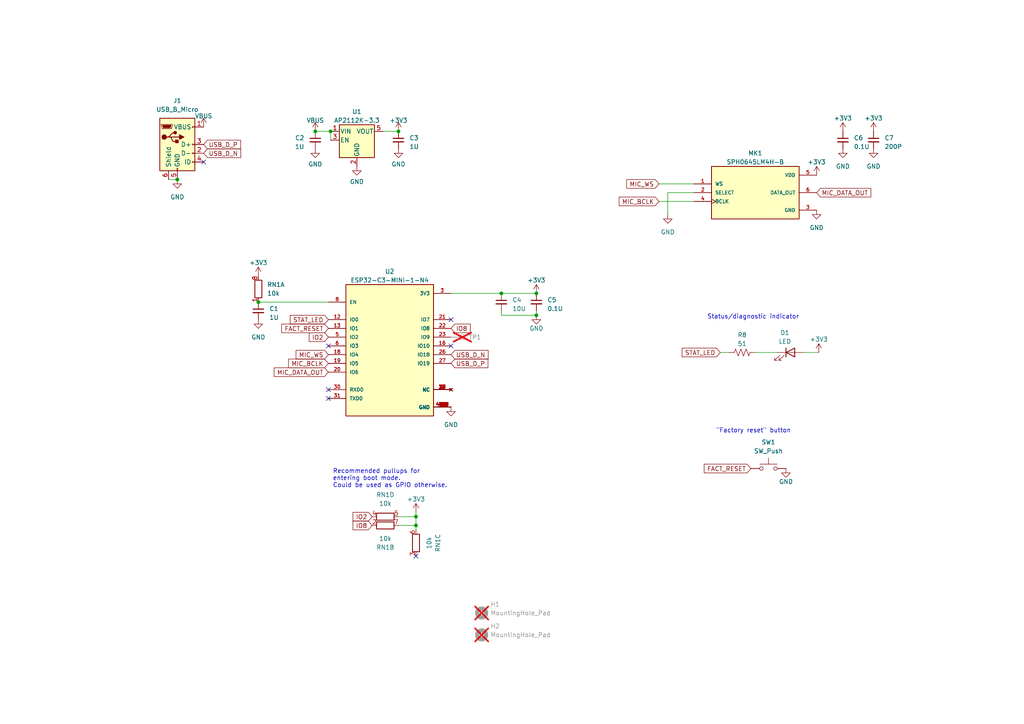
<source format=kicad_sch>
(kicad_sch (version 20231120) (generator "eeschema") (generator_version "8.0")
  (paper "A4")
  (title_block (title "tRacket Sensor") (date "2024-09-21") (rev "3") (company "Civic Tech Toronto") (comment 1 "Drawn by Clyne Sullivan") (comment 2 "Released under the CERN Open Hardware License Version 2 - Strongly Reciprocal"))
  (lib_symbols
    (symbol "Connector:TestPoint" (pin_numbers hide) (pin_names (offset 0.762) hide)
      (property "Reference" "TP" (at 0 6.858 0))
      (property "Value" "TestPoint" (at 0 5.08 0))
      (symbol "TestPoint_0_1"
        (circle (center 0 3.302) (radius 0.762))
      )
      (symbol "TestPoint_1_1"
        (pin passive line (at 0 0 90) (length 2.54) (name "1") (number "1"))
      )
    )
    (symbol "Connector:USB_B_Micro" (pin_names (offset 1.016))
      (property "Reference" "J" (at -5.08 11.43 0))
      (property "Value" "USB_B_Micro" (at -5.08 8.89 0))
      (symbol "USB_B_Micro_0_1"
        (rectangle (start -5.08 -7.62) (end 5.08 7.62) (stroke (width 0.254)) (fill (type background)))
        (circle (center -3.81 2.159) (radius 0.635) (stroke (width 0.254)) (fill (type outline)))
        (circle (center -0.635 3.429) (radius 0.381) (stroke (width 0.254)) (fill (type outline)))
        (rectangle (start -0.127 -7.62) (end 0.127 -6.858))
        (polyline (pts (xy -1.905 2.159) (xy 0.635 2.159)) (stroke (width 0.254)))
        (polyline (pts (xy -3.175 2.159) (xy -2.54 2.159) (xy -1.27 3.429) (xy -0.635 3.429)) (stroke (width 0.254)))
        (polyline (pts (xy -2.54 2.159) (xy -1.905 2.159) (xy -1.27 0.889) (xy 0 0.889)) (stroke (width 0.254)))
        (polyline (pts (xy 0.635 2.794) (xy 0.635 1.524) (xy 1.905 2.159) (xy 0.635 2.794)) (stroke (width 0.254)) (fill (type outline)))
        (polyline (pts (xy -4.318 5.588) (xy -1.778 5.588) (xy -2.032 4.826) (xy -4.064 4.826) (xy -4.318 5.588)) (fill (type outline)))
        (polyline (pts (xy -4.699 5.842) (xy -4.699 5.588) (xy -4.445 4.826) (xy -4.445 4.572) (xy -1.651 4.572) (xy -1.651 4.826) (xy -1.397 5.588) (xy -1.397 5.842) (xy -4.699 5.842)))
        (rectangle (start 0.254 1.27) (end -0.508 0.508) (stroke (width 0.254)) (fill (type outline)))
        (rectangle (start 5.08 -5.207) (end 4.318 -4.953))
        (rectangle (start 5.08 -2.667) (end 4.318 -2.413))
        (rectangle (start 5.08 -0.127) (end 4.318 0.127))
        (rectangle (start 5.08 4.953) (end 4.318 5.207))
      )
      (symbol "USB_B_Micro_1_1"
        (pin power_out line (at 7.62 5.08 180) (length 2.54) (name "VBUS") (number "1"))
        (pin bidirectional line (at 7.62 -2.54 180) (length 2.54) (name "D-") (number "2"))
        (pin bidirectional line (at 7.62 0 180) (length 2.54) (name "D+") (number "3"))
        (pin passive line (at 7.62 -5.08 180) (length 2.54) (name "ID") (number "4"))
        (pin power_out line (at 0 -10.16 90) (length 2.54) (name "GND") (number "5"))
        (pin passive line (at -2.54 -10.16 90) (length 2.54) (name "Shield") (number "6"))
      )
    )
    (symbol "Device:C_Small" (pin_numbers hide) (pin_names (offset 0.254) hide)
      (property "Reference" "C" (at 0.254 1.778 0))
      (property "Value" "C_Small" (at 0.254 -2.032 0))
      (symbol "C_Small_0_1"
        (polyline (pts (xy -1.524 -0.508) (xy 1.524 -0.508)) (stroke (width 0.3302)))
        (polyline (pts (xy -1.524 0.508) (xy 1.524 0.508)) (stroke (width 0.3048)))
      )
      (symbol "C_Small_1_1"
        (pin passive line (at 0 2.54 270) (length 2.032) (name "~") (number "1"))
        (pin passive line (at 0 -2.54 90) (length 2.032) (name "~") (number "2"))
      )
    )
    (symbol "Device:LED" (pin_numbers hide) (pin_names (offset 1.016) hide)
      (property "Reference" "D" (at 0 2.54 0))
      (property "Value" "LED" (at 0 -2.54 0))
      (symbol "LED_0_1"
        (polyline (pts (xy -1.27 -1.27) (xy -1.27 1.27)) (stroke (width 0.254)))
        (polyline (pts (xy -1.27 0) (xy 1.27 0)))
        (polyline (pts (xy 1.27 -1.27) (xy 1.27 1.27) (xy -1.27 0) (xy 1.27 -1.27)) (stroke (width 0.254)))
        (polyline (pts (xy -3.048 -0.762) (xy -4.572 -2.286) (xy -3.81 -2.286) (xy -4.572 -2.286) (xy -4.572 -1.524)))
        (polyline (pts (xy -1.778 -0.762) (xy -3.302 -2.286) (xy -2.54 -2.286) (xy -3.302 -2.286) (xy -3.302 -1.524)))
      )
      (symbol "LED_1_1"
        (pin passive line (at -3.81 0 0) (length 2.54) (name "K") (number "1"))
        (pin passive line (at 3.81 0 180) (length 2.54) (name "A") (number "2"))
      )
    )
    (symbol "Device:R_Pack04_Split" (pin_names (offset 0) hide)
      (property "Reference" "RN" (at 2.032 0 90))
      (property "Value" "R_Pack04_Split" (at 0 0 90))
      (symbol "R_Pack04_Split_0_1"
        (rectangle (start 1.016 2.54) (end -1.016 -2.54) (stroke (width 0.254)))
      )
      (symbol "R_Pack04_Split_1_1"
        (pin passive line (at 0 -3.81 90) (length 1.27) (name "R1.1") (number "1"))
        (pin passive line (at 0 3.81 270) (length 1.27) (name "R1.2") (number "8"))
      )
      (symbol "R_Pack04_Split_2_1"
        (pin passive line (at 0 -3.81 90) (length 1.27) (name "R2.1") (number "2"))
        (pin passive line (at 0 3.81 270) (length 1.27) (name "R2.2") (number "7"))
      )
      (symbol "R_Pack04_Split_3_1"
        (pin passive line (at 0 -3.81 90) (length 1.27) (name "R3.1") (number "3"))
        (pin passive line (at 0 3.81 270) (length 1.27) (name "R3.2") (number "6"))
      )
      (symbol "R_Pack04_Split_4_1"
        (pin passive line (at 0 -3.81 90) (length 1.27) (name "R4.1") (number "4"))
        (pin passive line (at 0 3.81 270) (length 1.27) (name "R4.2") (number "5"))
      )
    )
    (symbol "Device:R_US" (pin_numbers hide) (pin_names (offset 0))
      (property "Reference" "R" (at 2.54 0 90))
      (property "Value" "R_US" (at -2.54 0 90))
      (symbol "R_US_0_1"
        (polyline (pts (xy 0 -2.286) (xy 0 -2.54)))
        (polyline (pts (xy 0 2.286) (xy 0 2.54)))
        (polyline (pts (xy 0 -0.762) (xy 1.016 -1.143) (xy 0 -1.524) (xy -1.016 -1.905) (xy 0 -2.286)))
        (polyline (pts (xy 0 0.762) (xy 1.016 0.381) (xy 0 0) (xy -1.016 -0.381) (xy 0 -0.762)))
        (polyline (pts (xy 0 2.286) (xy 1.016 1.905) (xy 0 1.524) (xy -1.016 1.143) (xy 0 0.762)))
      )
      (symbol "R_US_1_1"
        (pin passive line (at 0 3.81 270) (length 1.27) (name "~") (number "1"))
        (pin passive line (at 0 -3.81 90) (length 1.27) (name "~") (number "2"))
      )
    )
    (symbol "Mechanical:MountingHole" (pin_names (offset 1.016))
      (property "Reference" "H" (at 0 5.08 0))
      (property "Value" "MountingHole" (at 0 3.175 0))
      (symbol "MountingHole_0_1"
        (circle (center 0 0) (radius 1.27) (stroke (width 1.27)))
      )
    )
    (symbol "Regulator_Linear:AP2112K-3.3" (pin_names (offset 0.254))
      (property "Reference" "U" (at -5.08 5.715 0))
      (property "Value" "AP2112K-3.3" (at 0 5.715 0))
      (symbol "AP2112K-3.3_0_1"
        (rectangle (start -5.08 4.445) (end 5.08 -5.08) (stroke (width 0.254)) (fill (type background)))
      )
      (symbol "AP2112K-3.3_1_1"
        (pin power_in line (at -7.62 2.54 0) (length 2.54) (name "VIN") (number "1"))
        (pin power_in line (at 0 -7.62 90) (length 2.54) (name "GND") (number "2"))
        (pin input line (at -7.62 0 0) (length 2.54) (name "EN") (number "3"))
        (pin no_connect line (at 5.08 0 180) (length 2.54) hide (name "NC") (number "4"))
        (pin power_out line (at 7.62 2.54 180) (length 2.54) (name "VOUT") (number "5"))
      )
    )
    (symbol "Switch:SW_Push" (pin_numbers hide) (pin_names (offset 1.016) hide)
      (property "Reference" "SW" (at 1.27 2.54 0))
      (property "Value" "SW_Push" (at 0 -1.524 0))
      (symbol "SW_Push_0_1"
        (circle (center -2.032 0) (radius 0.508))
        (polyline (pts (xy 0 1.27) (xy 0 3.048)))
        (polyline (pts (xy 2.54 1.27) (xy -2.54 1.27)))
        (circle (center 2.032 0) (radius 0.508))
        (pin passive line (at -5.08 0 0) (length 2.54) (name "1") (number "1"))
        (pin passive line (at 5.08 0 180) (length 2.54) (name "2") (number "2"))
      )
    )
    (symbol "noisemeter:ESP32-C3-MINI-1-N4" (pin_names (offset 1.016))
      (property "Reference" "U" (at -12.7 18.796 0))
      (property "Value" "ESP32-C3-MINI-1-N4" (at -12.7 -22.86 0))
      (symbol "ESP32-C3-MINI-1-N4_0_0"
        (rectangle (start -12.7 -20.32) (end 12.7 17.78) (stroke (width 0.254)) (fill (type background)))
        (pin power_in line (at 17.78 -17.78 180) (length 5.08) (name "GND") (number "1"))
        (pin no_connect line (at 17.78 -12.7 180) (length 5.08) (name "NC") (number "10"))
        (pin power_in line (at 17.78 -17.78 180) (length 5.08) (name "GND") (number "11"))
        (pin bidirectional line (at -17.78 7.62 0) (length 5.08) (name "IO0") (number "12"))
        (pin bidirectional line (at -17.78 5.08 0) (length 5.08) (name "IO1") (number "13"))
        (pin power_in line (at 17.78 -17.78 180) (length 5.08) (name "GND") (number "14"))
        (pin no_connect line (at 17.78 -12.7 180) (length 5.08) (name "NC") (number "15"))
        (pin bidirectional line (at 17.78 0 180) (length 5.08) (name "IO10") (number "16"))
        (pin no_connect line (at 17.78 -12.7 180) (length 5.08) (name "NC") (number "17"))
        (pin bidirectional line (at -17.78 -2.54 0) (length 5.08) (name "IO4") (number "18"))
        (pin bidirectional line (at -17.78 -5.08 0) (length 5.08) (name "IO5") (number "19"))
        (pin power_in line (at 17.78 -17.78 180) (length 5.08) (name "GND") (number "2"))
        (pin bidirectional line (at -17.78 -7.62 0) (length 5.08) (name "IO6") (number "20"))
        (pin bidirectional line (at 17.78 7.62 180) (length 5.08) (name "IO7") (number "21"))
        (pin bidirectional line (at 17.78 5.08 180) (length 5.08) (name "IO8") (number "22"))
        (pin bidirectional line (at 17.78 2.54 180) (length 5.08) (name "IO9") (number "23"))
        (pin no_connect line (at 17.78 -12.7 180) (length 5.08) (name "NC") (number "24"))
        (pin no_connect line (at 17.78 -12.7 180) (length 5.08) (name "NC") (number "25"))
        (pin bidirectional line (at 17.78 -2.54 180) (length 5.08) (name "IO18") (number "26"))
        (pin bidirectional line (at 17.78 -5.08 180) (length 5.08) (name "IO19") (number "27"))
        (pin no_connect line (at 17.78 -12.7 180) (length 5.08) (name "NC") (number "28"))
        (pin no_connect line (at 17.78 -12.7 180) (length 5.08) (name "NC") (number "29"))
        (pin power_in line (at 17.78 15.24 180) (length 5.08) (name "3V3") (number "3"))
        (pin bidirectional line (at -17.78 -12.7 0) (length 5.08) (name "RXD0") (number "30"))
        (pin bidirectional line (at -17.78 -15.24 0) (length 5.08) (name "TXD0") (number "31"))
        (pin no_connect line (at 17.78 -12.7 180) (length 5.08) (name "NC") (number "32"))
        (pin no_connect line (at 17.78 -12.7 180) (length 5.08) (name "NC") (number "33"))
        (pin no_connect line (at 17.78 -12.7 180) (length 5.08) (name "NC") (number "34"))
        (pin no_connect line (at 17.78 -12.7 180) (length 5.08) (name "NC") (number "35"))
        (pin power_in line (at 17.78 -17.78 180) (length 5.08) (name "GND") (number "36"))
        (pin power_in line (at 17.78 -17.78 180) (length 5.08) (name "GND") (number "37"))
        (pin power_in line (at 17.78 -17.78 180) (length 5.08) (name "GND") (number "38"))
        (pin power_in line (at 17.78 -17.78 180) (length 5.08) (name "GND") (number "39"))
        (pin no_connect line (at 17.78 -12.7 180) (length 5.08) (name "NC") (number "4"))
        (pin power_in line (at 17.78 -17.78 180) (length 5.08) (name "GND") (number "40"))
        (pin power_in line (at 17.78 -17.78 180) (length 5.08) (name "GND") (number "41"))
        (pin power_in line (at 17.78 -17.78 180) (length 5.08) (name "GND") (number "42"))
        (pin power_in line (at 17.78 -17.78 180) (length 5.08) (name "GND") (number "43"))
        (pin power_in line (at 17.78 -17.78 180) (length 5.08) (name "GND") (number "44"))
        (pin power_in line (at 17.78 -17.78 180) (length 5.08) (name "GND") (number "45"))
        (pin power_in line (at 17.78 -17.78 180) (length 5.08) (name "GND") (number "46"))
        (pin power_in line (at 17.78 -17.78 180) (length 5.08) (name "GND") (number "47"))
        (pin power_in line (at 17.78 -17.78 180) (length 5.08) (name "GND") (number "48"))
        (pin power_in line (at 17.78 -17.78 180) (length 5.08) (name "GND") (number "49_1"))
        (pin power_in line (at 17.78 -17.78 180) (length 5.08) (name "GND") (number "49_2"))
        (pin power_in line (at 17.78 -17.78 180) (length 5.08) (name "GND") (number "49_3"))
        (pin power_in line (at 17.78 -17.78 180) (length 5.08) (name "GND") (number "49_4"))
        (pin power_in line (at 17.78 -17.78 180) (length 5.08) (name "GND") (number "49_5"))
        (pin power_in line (at 17.78 -17.78 180) (length 5.08) (name "GND") (number "49_6"))
        (pin power_in line (at 17.78 -17.78 180) (length 5.08) (name "GND") (number "49_7"))
        (pin power_in line (at 17.78 -17.78 180) (length 5.08) (name "GND") (number "49_8"))
        (pin power_in line (at 17.78 -17.78 180) (length 5.08) (name "GND") (number "49_9"))
        (pin bidirectional line (at -17.78 2.54 0) (length 5.08) (name "IO2") (number "5"))
        (pin power_in line (at 17.78 -17.78 180) (length 5.08) (name "GND") (number "50"))
        (pin power_in line (at 17.78 -17.78 180) (length 5.08) (name "GND") (number "51"))
        (pin power_in line (at 17.78 -17.78 180) (length 5.08) (name "GND") (number "52"))
        (pin power_in line (at 17.78 -17.78 180) (length 5.08) (name "GND") (number "53"))
        (pin bidirectional line (at -17.78 0 0) (length 5.08) (name "IO3") (number "6"))
        (pin no_connect line (at 17.78 -12.7 180) (length 5.08) (name "NC") (number "7"))
        (pin input line (at -17.78 12.7 0) (length 5.08) (name "EN") (number "8"))
        (pin no_connect line (at 17.78 -12.7 180) (length 5.08) (name "NC") (number "9"))
      )
    )
    (symbol "noisemeter:SPH0645LM4H-B" (pin_names (offset 1.016))
      (property "Reference" "MK" (at -12.7399 8.1466 0))
      (property "Value" "SPH0645LM4H-B" (at -12.7473 -10.1926 0))
      (symbol "SPH0645LM4H-B_0_0"
        (rectangle (start -12.7 -7.62) (end 12.7 7.62) (stroke (width 0.254)) (fill (type background)))
        (pin input line (at -17.78 2.54 0) (length 5.08) (name "WS") (number "1"))
        (pin input line (at -17.78 0 0) (length 5.08) (name "SELECT") (number "2"))
        (pin power_in line (at 17.78 -5.08 180) (length 5.08) (name "GND") (number "3"))
        (pin input clock (at -17.78 -2.54 0) (length 5.08) (name "BCLK") (number "4"))
        (pin power_in line (at 17.78 5.08 180) (length 5.08) (name "VDD") (number "5"))
        (pin output line (at 17.78 0 180) (length 5.08) (name "DATA_OUT") (number "6"))
      )
    )
    (symbol "power:+3V3" (power) (pin_names (offset 0))
      (property "Value" "+3V3" (at 0 3.556 0))
      (symbol "+3V3_0_1"
        (polyline (pts (xy -0.762 1.27) (xy 0 2.54)))
        (polyline (pts (xy 0 0) (xy 0 2.54)))
        (polyline (pts (xy 0 2.54) (xy 0.762 1.27)))
      )
      (symbol "+3V3_1_1"
        (pin power_in line (at 0 0 90) (length 0) hide (name "+3V3") (number "1"))
      )
    )
    (symbol "power:GND" (power) (pin_names (offset 0))
      (property "Value" "GND" (at 0 -3.81 0))
      (symbol "GND_0_1"
        (polyline (pts (xy 0 0) (xy 0 -1.27) (xy 1.27 -1.27) (xy 0 -2.54) (xy -1.27 -1.27) (xy 0 -1.27)))
      )
      (symbol "GND_1_1"
        (pin power_in line (at 0 0 270) (length 0) hide (name "GND") (number "1"))
      )
    )
    (symbol "power:VBUS" (power) (pin_names (offset 0))
      (property "Value" "VBUS" (at 0 3.81 0))
      (symbol "VBUS_0_1"
        (polyline (pts (xy -0.762 1.27) (xy 0 2.54)))
        (polyline (pts (xy 0 0) (xy 0 2.54)))
        (polyline (pts (xy 0 2.54) (xy 0.762 1.27)))
      )
      (symbol "VBUS_1_1"
        (pin power_in line (at 0 0 90) (length 0) hide (name "VBUS") (number "1"))
      )
    )
  )
  (junction (at 120.65 149.86))
  (junction (at 115.57 38.1))
  (junction (at 51.435 52.07))
  (junction (at 91.44 38.1))
  (junction (at 74.93 87.63))
  (junction (at 120.65 152.4))
  (junction (at 145.415 85.09))
  (junction (at 95.885 38.1))
  (junction (at 155.575 91.44))
  (junction (at 155.575 85.09))
  (no_connect (at 120.65 161.29))
  (no_connect (at 130.81 100.33))
  (no_connect (at 95.25 100.33))
  (no_connect (at 95.25 115.57))
  (no_connect (at 130.81 92.71))
  (no_connect (at 95.25 113.03))
  (no_connect (at 59.055 46.99))
  (wire (pts (xy 237.49 102.235) (xy 233.045 102.235)))
  (wire (pts (xy 193.675 55.88) (xy 201.295 55.88)))
  (wire (pts (xy 120.65 149.86) (xy 120.65 152.4)))
  (wire (pts (xy 95.885 38.1) (xy 95.885 40.64)))
  (wire (pts (xy 145.415 91.44) (xy 155.575 91.44)))
  (wire (pts (xy 111.125 38.1) (xy 115.57 38.1)))
  (wire (pts (xy 191.135 58.42) (xy 201.295 58.42)))
  (wire (pts (xy 211.455 102.235) (xy 208.915 102.235)))
  (wire (pts (xy 191.135 53.34) (xy 201.295 53.34)))
  (wire (pts (xy 193.675 55.88) (xy 193.675 62.23)))
  (wire (pts (xy 155.575 91.44) (xy 155.575 90.17)))
  (wire (pts (xy 145.415 85.09) (xy 155.575 85.09)))
  (wire (pts (xy 115.57 149.86) (xy 120.65 149.86)))
  (wire (pts (xy 48.895 52.07) (xy 51.435 52.07)))
  (wire (pts (xy 145.415 91.44) (xy 145.415 90.17)))
  (wire (pts (xy 130.81 85.09) (xy 145.415 85.09)))
  (wire (pts (xy 120.65 149.86) (xy 120.65 148.59)))
  (wire (pts (xy 115.57 152.4) (xy 120.65 152.4)))
  (wire (pts (xy 120.65 152.4) (xy 120.65 153.67)))
  (wire (pts (xy 219.075 102.235) (xy 225.425 102.235)))
  (wire (pts (xy 74.93 87.63) (xy 95.25 87.63)))
  (wire (pts (xy 91.44 38.1) (xy 95.885 38.1)))
  (text "Status/diagnostic indicator" (at 205.105 92.71 0) (effects (font (size 1.27 1.27)) (justify left bottom)))
  (text "Recommended pullups for\nentering boot mode.\nCould be used as GPIO otherwise." (at 96.52 141.605 0) (effects (font (size 1.27 1.27)) (justify left bottom)))
  (text "\"Factory reset\" button" (at 207.645 125.73 0) (effects (font (size 1.27 1.27)) (justify left bottom)))
  (global_label "STAT_LED" (shape input) (at 95.25 92.71 180) (property "Intersheetrefs" "${INTERSHEET_REFS}" (effects (hide yes))))
  (global_label "IO2" (shape input) (at 107.95 149.86 180) (property "Intersheetrefs" "${INTERSHEET_REFS}" (effects (hide yes))))
  (global_label "USB_D_P" (shape input) (at 59.055 41.91 0) (property "Intersheetrefs" "${INTERSHEET_REFS}" (effects (hide yes))))
  (global_label "MIC_WS" (shape input) (at 191.135 53.34 180) (property "Intersheetrefs" "${INTERSHEET_REFS}" (effects (hide yes))))
  (global_label "IO8" (shape input) (at 130.81 95.25 0) (property "Intersheetrefs" "${INTERSHEET_REFS}" (effects (hide yes))))
  (global_label "MIC_DATA_OUT" (shape input) (at 95.25 107.95 180) (property "Intersheetrefs" "${INTERSHEET_REFS}" (effects (hide yes))))
  (global_label "FACT_RESET" (shape input) (at 217.805 135.89 180) (property "Intersheetrefs" "${INTERSHEET_REFS}" (effects (hide yes))))
  (global_label "IO8" (shape input) (at 107.95 152.4 180) (property "Intersheetrefs" "${INTERSHEET_REFS}" (effects (hide yes))))
  (global_label "USB_D_P" (shape input) (at 130.81 105.41 0) (property "Intersheetrefs" "${INTERSHEET_REFS}" (effects (hide yes))))
  (global_label "USB_D_N" (shape input) (at 130.81 102.87 0) (property "Intersheetrefs" "${INTERSHEET_REFS}" (effects (hide yes))))
  (global_label "FACT_RESET" (shape input) (at 95.25 95.25 180) (property "Intersheetrefs" "${INTERSHEET_REFS}" (effects (hide yes))))
  (global_label "MIC_WS" (shape input) (at 95.25 102.87 180) (property "Intersheetrefs" "${INTERSHEET_REFS}" (effects (hide yes))))
  (global_label "MIC_BCLK" (shape input) (at 191.135 58.42 180) (property "Intersheetrefs" "${INTERSHEET_REFS}" (effects (hide yes))))
  (global_label "MIC_DATA_OUT" (shape input) (at 236.855 55.88 0) (property "Intersheetrefs" "${INTERSHEET_REFS}" (effects (hide yes))))
  (global_label "MIC_BCLK" (shape input) (at 95.25 105.41 180) (property "Intersheetrefs" "${INTERSHEET_REFS}" (effects (hide yes))))
  (global_label "IO2" (shape input) (at 95.25 97.79 180) (property "Intersheetrefs" "${INTERSHEET_REFS}" (effects (hide yes))))
  (global_label "STAT_LED" (shape input) (at 208.915 102.235 180) (property "Intersheetrefs" "${INTERSHEET_REFS}" (effects (hide yes))))
  (global_label "USB_D_N" (shape input) (at 59.055 44.45 0) (property "Intersheetrefs" "${INTERSHEET_REFS}" (effects (hide yes))))
  (symbol (lib_id "power:GND") (at 244.475 43.18 0) (unit 1)
    (property "Reference" "#PWR022" (effects (hide yes)))
    (property "Value" "GND" (at 244.475 48.26 0))
  )
  (symbol (lib_id "noisemeter:ESP32-C3-MINI-1-N4") (at 113.03 100.33 0) (unit 1)
    (property "Reference" "U2" (at 113.03 78.74 0))
    (property "Value" "ESP32-C3-MINI-1-N4" (at 113.03 81.28 0))
    (property "Footprint" "noisemeter:XCVR_ESP32-C3-MINI-1-N4" (effects (hide yes)))
    (property "Part Number" "ESP32-C3-MINI-1-N4" (effects (hide yes)))
  )
  (symbol (lib_id "Device:LED") (at 229.235 102.235 0) (unit 1)
    (property "Reference" "D1" (at 227.6475 96.52 0))
    (property "Value" "LED" (at 227.6475 99.06 0))
    (property "Footprint" "LED_SMD:LED_0603_1608Metric" (effects (hide yes)))
    (property "Part Number" "APT1608LVBC/D" (effects (hide yes)))
  )
  (symbol (lib_id "Mechanical:MountingHole") (at 139.7 184.15 0) (unit 1) (in_bom no) (dnp yes)
    (property "Reference" "H2" (at 142.24 181.61 0) (effects (justify left)))
    (property "Value" "MountingHole_Pad" (at 142.24 184.15 0) (effects (justify left)))
    (property "Footprint" "MountingHole:MountingHole_2.5mm" (effects (hide yes)))
  )
  (symbol (lib_id "power:GND") (at 130.81 118.11 0) (unit 1)
    (property "Reference" "#PWR013" (effects (hide yes)))
    (property "Value" "GND" (at 130.81 123.19 0))
  )
  (symbol (lib_id "power:GND") (at 236.855 60.96 0) (unit 1)
    (property "Reference" "#PWR020" (effects (hide yes)))
    (property "Value" "GND" (at 236.855 66.04 0))
  )
  (symbol (lib_id "power:VBUS") (at 59.055 36.83 0) (unit 1)
    (property "Reference" "#PWR02" (effects (hide yes)))
    (property "Value" "VBUS" (at 59.055 33.655 0))
  )
  (symbol (lib_id "power:GND") (at 115.57 43.18 0) (unit 1)
    (property "Reference" "#PWR011" (effects (hide yes)))
    (property "Value" "GND" (at 115.57 47.625 0))
  )
  (symbol (lib_id "power:+3V3") (at 236.855 50.8 0) (unit 1)
    (property "Reference" "#PWR019" (effects (hide yes)))
    (property "Value" "+3V3" (at 236.855 46.99 0))
  )
  (symbol (lib_id "Switch:SW_Push") (at 222.885 135.89 0) (unit 1)
    (property "Reference" "SW1" (at 222.885 128.27 0))
    (property "Value" "SW_Push" (at 222.885 130.81 0))
    (property "Footprint" "Button_Switch_SMD:SW_SPST_EVQP7A" (effects (hide yes)))
    (property "Part Number" "EVQ-P7A01P" (effects (hide yes)))
  )
  (symbol (lib_id "Connector:USB_B_Micro") (at 51.435 41.91 0) (unit 1)
    (property "Reference" "J1" (at 51.435 29.21 0))
    (property "Value" "USB_B_Micro" (at 51.435 31.75 0))
    (property "Footprint" "Connector_USB:USB_Micro-B_Molex_47346-0001" (effects (hide yes)))
    (property "Part Number" "0473460001" (effects (hide yes)))
  )
  (symbol (lib_id "power:GND") (at 91.44 43.18 0) (unit 1)
    (property "Reference" "#PWR08" (effects (hide yes)))
    (property "Value" "GND" (at 91.44 47.625 0))
  )
  (symbol (lib_id "Device:C_Small") (at 155.575 87.63 0) (mirror y) (unit 1)
    (property "Reference" "C5" (at 158.75 87.0013 0) (effects (justify right)))
    (property "Value" "0.1U" (at 158.75 89.5413 0) (effects (justify right)))
    (property "Footprint" "Capacitor_SMD:C_0603_1608Metric" (effects (hide yes)))
    (property "Part Number" "CC0603KRX7R6BB104" (effects (hide yes)))
  )
  (symbol (lib_id "power:+3V3") (at 237.49 102.235 0) (unit 1)
    (property "Reference" "#PWR018" (effects (hide yes)))
    (property "Value" "+3V3" (at 237.49 98.425 0))
  )
  (symbol (lib_id "Connector:TestPoint") (at 130.81 97.79 270) (unit 1) (in_bom no) (dnp yes)
    (property "Reference" "TP1" (at 135.89 97.79 90) (effects (justify left)))
    (property "Value" "TestPoint" (effects (hide yes)))
    (property "Footprint" "TestPoint:TestPoint_Pad_D1.0mm" (effects (hide yes)))
  )
  (symbol (lib_id "Device:R_Pack04_Split") (at 74.93 83.82 0) (unit 1)
    (property "Reference" "RN1" (at 77.47 82.5499 0) (effects (justify left)))
    (property "Value" "10k" (at 77.47 85.0899 0) (effects (justify left)))
    (property "Footprint" "Resistor_SMD:R_Array_Convex_4x0603" (effects (hide yes)))
    (property "Description" "4 resistor network, parallel topology, split" (effects (hide yes)))
  )
  (symbol (lib_id "Device:C_Small") (at 91.44 40.64 0) (unit 1)
    (property "Reference" "C2" (at 88.265 40.0113 0) (effects (justify right)))
    (property "Value" "1U" (at 88.265 42.5513 0) (effects (justify right)))
    (property "Footprint" "Capacitor_SMD:C_0603_1608Metric" (effects (hide yes)))
    (property "Part Number" "CC0603KRX5R6BB105" (effects (hide yes)))
  )
  (symbol (lib_id "power:GND") (at 227.965 135.89 0) (unit 1)
    (property "Reference" "#PWR017" (effects (hide yes)))
    (property "Value" "GND" (at 227.965 139.7 0))
  )
  (symbol (lib_id "Device:R_US") (at 215.265 102.235 90) (unit 1)
    (property "Reference" "R8" (at 215.265 97.155 90))
    (property "Value" "51" (at 215.265 99.695 90))
    (property "Footprint" "Resistor_SMD:R_0603_1608Metric" (effects (hide yes)))
    (property "Part Number" "RC0603JR-0751RL" (effects (hide yes)))
  )
  (symbol (lib_id "power:+3V3") (at 120.65 148.59 0) (unit 1)
    (property "Reference" "#PWR012" (effects (hide yes)))
    (property "Value" "+3V3" (at 120.65 144.78 0))
  )
  (symbol (lib_id "power:VBUS") (at 91.44 38.1 0) (unit 1)
    (property "Reference" "#PWR07" (effects (hide yes)))
    (property "Value" "VBUS" (at 91.44 34.925 0))
  )
  (symbol (lib_id "power:+3V3") (at 244.475 38.1 0) (unit 1)
    (property "Reference" "#PWR021" (effects (hide yes)))
    (property "Value" "+3V3" (at 244.475 34.29 0))
  )
  (symbol (lib_id "power:+3V3") (at 115.57 38.1 0) (unit 1)
    (property "Reference" "#PWR010" (effects (hide yes)))
    (property "Value" "+3V3" (at 115.57 34.925 0))
  )
  (symbol (lib_id "power:GND") (at 193.675 62.23 0) (unit 1)
    (property "Reference" "#PWR016" (effects (hide yes)))
    (property "Value" "GND" (at 193.675 67.31 0))
  )
  (symbol (lib_id "Device:C_Small") (at 115.57 40.64 0) (mirror y) (unit 1)
    (property "Reference" "C3" (at 118.745 40.0113 0) (effects (justify right)))
    (property "Value" "1U" (at 118.745 42.5513 0) (effects (justify right)))
    (property "Footprint" "Capacitor_SMD:C_0603_1608Metric" (effects (hide yes)))
    (property "Part Number" "CC0603KRX5R6BB105" (effects (hide yes)))
  )
  (symbol (lib_id "power:GND") (at 51.435 52.07 0) (unit 1)
    (property "Reference" "#PWR01" (effects (hide yes)))
    (property "Value" "GND" (at 51.435 57.15 0))
  )
  (symbol (lib_id "power:GND") (at 74.93 92.71 0) (unit 1)
    (property "Reference" "#PWR06" (effects (hide yes)))
    (property "Value" "GND" (at 74.93 97.79 0))
  )
  (symbol (lib_id "Regulator_Linear:AP2112K-3.3") (at 103.505 40.64 0) (unit 1)
    (property "Reference" "U1" (at 103.505 32.385 0))
    (property "Value" "AP2112K-3.3" (at 103.505 34.925 0))
    (property "Footprint" "Package_TO_SOT_SMD:SOT-23-5" (effects (hide yes)))
    (property "Datasheet" "https://www.diodes.com/assets/Datasheets/AP2112.pdf" (effects (hide yes)))
    (property "Part Number" "AP2112K-3.3TRG1" (effects (hide yes)))
  )
  (symbol (lib_id "power:+3V3") (at 74.93 80.01 0) (unit 1)
    (property "Reference" "#PWR05" (effects (hide yes)))
    (property "Value" "+3V3" (at 74.93 76.2 0))
  )
  (symbol (lib_id "Device:C_Small") (at 244.475 40.64 0) (mirror y) (unit 1)
    (property "Reference" "C6" (at 247.65 40.0113 0) (effects (justify right)))
    (property "Value" "0.1U" (at 247.65 42.5513 0) (effects (justify right)))
    (property "Footprint" "Capacitor_SMD:C_0603_1608Metric" (effects (hide yes)))
    (property "Part Number" "CC0603KRX7R6BB104" (effects (hide yes)))
  )
  (symbol (lib_id "power:+3V3") (at 253.365 38.1 0) (unit 1)
    (property "Reference" "#PWR023" (effects (hide yes)))
    (property "Value" "+3V3" (at 253.365 34.29 0))
  )
  (symbol (lib_id "Device:C_Small") (at 145.415 87.63 0) (mirror y) (unit 1)
    (property "Reference" "C4" (at 148.59 87.0013 0) (effects (justify right)))
    (property "Value" "10U" (at 148.59 89.5413 0) (effects (justify right)))
    (property "Footprint" "Capacitor_SMD:C_0805_2012Metric" (effects (hide yes)))
    (property "Part Number" "CL21A106KPFNNNG" (effects (hide yes)))
  )
  (symbol (lib_id "Device:R_Pack04_Split") (at 111.76 149.86 270) (mirror x) (unit 4)
    (property "Reference" "RN1" (at 111.76 143.51 90))
    (property "Value" "10k" (at 111.76 146.05 90))
    (property "Footprint" "Resistor_SMD:R_Array_Convex_4x0603" (effects (hide yes)))
    (property "Description" "4 resistor network, parallel topology, split" (effects (hide yes)))
  )
  (symbol (lib_id "Device:C_Small") (at 74.93 90.17 0) (mirror y) (unit 1)
    (property "Reference" "C1" (at 78.105 89.5413 0) (effects (justify right)))
    (property "Value" "1U" (at 78.105 92.0813 0) (effects (justify right)))
    (property "Footprint" "Capacitor_SMD:C_0603_1608Metric" (effects (hide yes)))
    (property "Part Number" "CC0603KRX5R6BB105" (effects (hide yes)))
  )
  (symbol (lib_id "power:+3V3") (at 155.575 85.09 0) (unit 1)
    (property "Reference" "#PWR014" (effects (hide yes)))
    (property "Value" "+3V3" (at 155.575 81.28 0))
  )
  (symbol (lib_id "Device:R_Pack04_Split") (at 120.65 157.48 0) (mirror y) (unit 3)
    (property "Reference" "RN1" (at 127 157.48 90))
    (property "Value" "10k" (at 124.46 157.48 90))
    (property "Footprint" "Resistor_SMD:R_Array_Convex_4x0603" (effects (hide yes)))
    (property "Description" "4 resistor network, parallel topology, split" (effects (hide yes)))
  )
  (symbol (lib_id "noisemeter:SPH0645LM4H-B") (at 219.075 55.88 0) (unit 1)
    (property "Reference" "MK1" (at 219.075 44.45 0))
    (property "Value" "SPH0645LM4H-B" (at 219.075 46.99 0))
    (property "Footprint" "noisemeter:MIC_SPH0645LM4H-B" (effects (hide yes)))
    (property "Part Number" "SPH0645LM4H-B" (effects (hide yes)))
  )
  (symbol (lib_id "power:GND") (at 253.365 43.18 0) (unit 1)
    (property "Reference" "#PWR024" (effects (hide yes)))
    (property "Value" "GND" (at 253.365 48.26 0))
  )
  (symbol (lib_id "Device:C_Small") (at 253.365 40.64 0) (mirror y) (unit 1)
    (property "Reference" "C7" (at 256.54 40.0113 0) (effects (justify right)))
    (property "Value" "200P" (at 256.54 42.5513 0) (effects (justify right)))
    (property "Footprint" "Capacitor_SMD:C_0603_1608Metric" (effects (hide yes)))
    (property "Part Number" "06033A201FAT2A" (effects (hide yes)))
  )
  (symbol (lib_id "power:GND") (at 155.575 91.44 0) (unit 1)
    (property "Reference" "#PWR015" (effects (hide yes)))
    (property "Value" "GND" (at 155.575 95.25 0))
  )
  (symbol (lib_id "power:GND") (at 103.505 48.26 0) (unit 1)
    (property "Reference" "#PWR09" (effects (hide yes)))
    (property "Value" "GND" (at 103.505 52.705 0))
  )
  (symbol (lib_id "Mechanical:MountingHole") (at 139.7 177.8 0) (unit 1) (in_bom no) (dnp yes)
    (property "Reference" "H1" (at 142.24 175.26 0) (effects (justify left)))
    (property "Value" "MountingHole_Pad" (at 142.24 177.8 0) (effects (justify left)))
    (property "Footprint" "MountingHole:MountingHole_2.5mm" (effects (hide yes)))
  )
  (symbol (lib_id "Device:R_Pack04_Split") (at 111.76 152.4 270) (unit 2)
    (property "Reference" "RN1" (at 111.76 158.75 90))
    (property "Value" "10k" (at 111.76 156.21 90))
    (property "Footprint" "Resistor_SMD:R_Array_Convex_4x0603" (effects (hide yes)))
    (property "Description" "4 resistor network, parallel topology, split" (effects (hide yes)))
  )
)
</source>
